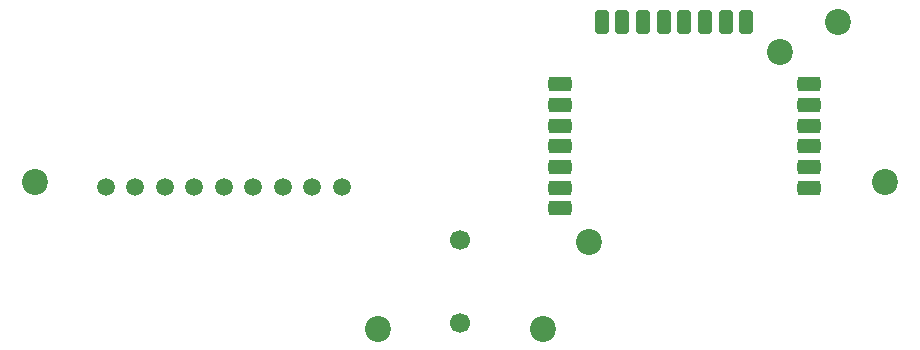
<source format=gbr>
%TF.GenerationSoftware,KiCad,Pcbnew,(6.0.6)*%
%TF.CreationDate,2022-08-03T19:41:37-05:00*%
%TF.ProjectId,GBOYAudioBreakout,47424f59-4175-4646-996f-427265616b6f,rev?*%
%TF.SameCoordinates,Original*%
%TF.FileFunction,Soldermask,Top*%
%TF.FilePolarity,Negative*%
%FSLAX46Y46*%
G04 Gerber Fmt 4.6, Leading zero omitted, Abs format (unit mm)*
G04 Created by KiCad (PCBNEW (6.0.6)) date 2022-08-03 19:41:37*
%MOMM*%
%LPD*%
G01*
G04 APERTURE LIST*
G04 Aperture macros list*
%AMRoundRect*
0 Rectangle with rounded corners*
0 $1 Rounding radius*
0 $2 $3 $4 $5 $6 $7 $8 $9 X,Y pos of 4 corners*
0 Add a 4 corners polygon primitive as box body*
4,1,4,$2,$3,$4,$5,$6,$7,$8,$9,$2,$3,0*
0 Add four circle primitives for the rounded corners*
1,1,$1+$1,$2,$3*
1,1,$1+$1,$4,$5*
1,1,$1+$1,$6,$7*
1,1,$1+$1,$8,$9*
0 Add four rect primitives between the rounded corners*
20,1,$1+$1,$2,$3,$4,$5,0*
20,1,$1+$1,$4,$5,$6,$7,0*
20,1,$1+$1,$6,$7,$8,$9,0*
20,1,$1+$1,$8,$9,$2,$3,0*%
G04 Aperture macros list end*
%ADD10C,2.200000*%
%ADD11C,1.500000*%
%ADD12RoundRect,0.312500X-0.687500X-0.312500X0.687500X-0.312500X0.687500X0.312500X-0.687500X0.312500X0*%
%ADD13RoundRect,0.312500X-0.312500X0.687500X-0.312500X-0.687500X0.312500X-0.687500X0.312500X0.687500X0*%
%ADD14RoundRect,0.312500X0.687500X0.312500X-0.687500X0.312500X-0.687500X-0.312500X0.687500X-0.312500X0*%
%ADD15C,1.700000*%
G04 APERTURE END LIST*
D10*
%TO.C,H4*%
X146680000Y-105400000D03*
%TD*%
D11*
%TO.C,D1*%
X117170000Y-93400000D03*
%TD*%
%TO.C,MC1*%
X119670000Y-93400000D03*
%TD*%
%TO.C,WS1*%
X122170000Y-93400000D03*
%TD*%
%TO.C,1.8V1*%
X124670000Y-93400000D03*
%TD*%
%TO.C,GND1*%
X129670000Y-93400000D03*
%TD*%
D10*
%TO.C,H5*%
X132680000Y-105400000D03*
%TD*%
%TO.C,H2*%
X171670000Y-79400000D03*
%TD*%
D11*
%TO.C,SDA1*%
X112170000Y-93400000D03*
%TD*%
D10*
%TO.C,H1*%
X103670000Y-92950000D03*
%TD*%
D11*
%TO.C,C1*%
X114670000Y-93400000D03*
%TD*%
D10*
%TO.C,U1*%
X150620000Y-98075000D03*
X166720000Y-81975000D03*
D12*
X148120000Y-95205000D03*
X148120000Y-93455000D03*
X148120000Y-91705000D03*
X148120000Y-89955000D03*
X148120000Y-88205000D03*
X148120000Y-86455000D03*
X148120000Y-84705000D03*
D13*
X163900000Y-79475000D03*
X151650000Y-79475000D03*
X153400000Y-79475000D03*
X155150000Y-79475000D03*
X156900000Y-79475000D03*
X158650000Y-79475000D03*
X160400000Y-79475000D03*
X162150000Y-79475000D03*
D14*
X169220000Y-84705000D03*
X169220000Y-86455000D03*
X169220000Y-88205000D03*
X169220000Y-89955000D03*
X169220000Y-91705000D03*
X169220000Y-93455000D03*
%TD*%
D10*
%TO.C,H3*%
X175670000Y-92950000D03*
%TD*%
D11*
%TO.C,SCL1*%
X109670000Y-93400000D03*
%TD*%
%TO.C,3.3V1*%
X127170000Y-93400000D03*
%TD*%
D15*
%TO.C,J1*%
X139670000Y-97900000D03*
X139670000Y-104900000D03*
%TD*%
M02*

</source>
